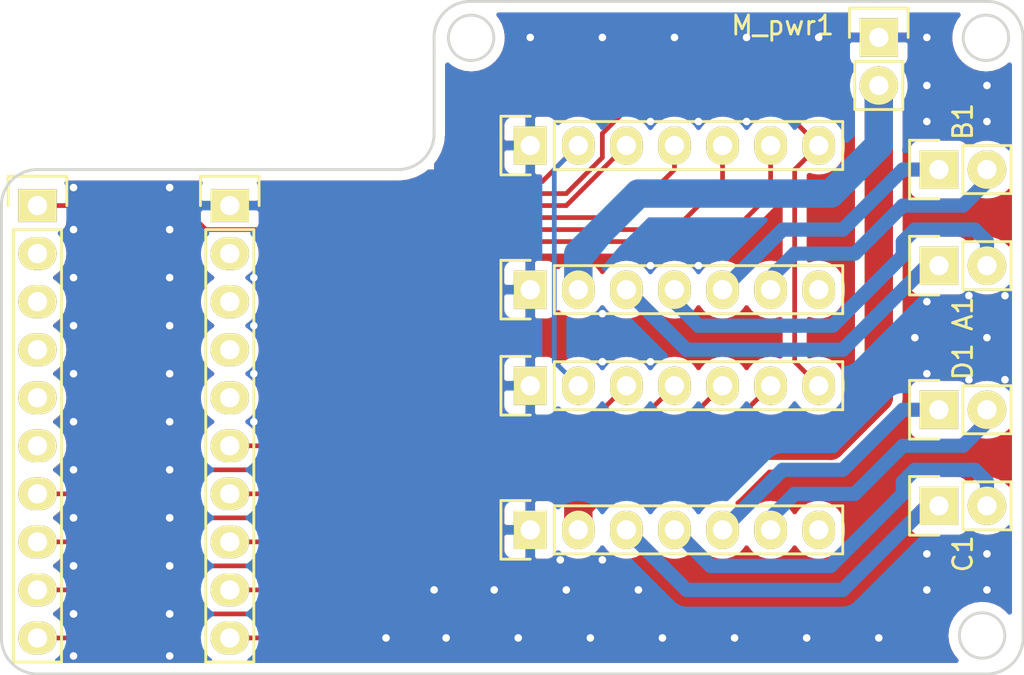
<source format=kicad_pcb>
(kicad_pcb (version 4) (host pcbnew 4.0.2-4+6225~38~ubuntu15.10.1-stable)
  (layers (0 F.Cu signal) (31 B.Cu signal) (34 B.Paste user hide) (35 F.Paste user hide) (36 B.SilkS user hide) (37 F.SilkS user hide) (38 B.Mask user hide) (39 F.Mask user hide) (44 Edge.Cuts user))
  (net 0 "")
  (net 1 "Net-(A1-Pad1)")
  (net 2 "Net-(A1-Pad2)")
  (net 3 "Net-(B1-Pad1)")
  (net 4 "Net-(B1-Pad2)")
  (net 5 "Net-(C1-Pad1)")
  (net 6 "Net-(C1-Pad2)")
  (net 7 "Net-(D1-Pad1)")
  (net 8 "Net-(D1-Pad2)")
  (net 9 "Net-(GPIO1-Pad2)")
  (net 10 "Net-(GPIO1-Pad3)")
  (net 11 "Net-(GPIO1-Pad4)")
  (net 12 "Net-(GPIO1-Pad5)")
  (net 13 "Net-(GPIO1-Pad6)")
  (net 14 "Net-(GPIO1-Pad7)")
  (net 15 "Net-(GPIO1-Pad8)")
  (net 16 "Net-(GPIO1-Pad9)")
  (net 17 "Net-(GPIO1-Pad10)")
  (net 18 "Net-(PWM1-Pad2)")
  (net 19 "Net-(PWM1-Pad3)")
  (net 20 "Net-(PWM1-Pad4)")
  (net 21 "Net-(PWM1-Pad5)")
  (net 22 "Net-(PWM1-Pad6)")
  (net 23 "Net-(MaL2-Pad7)")
  (net 24 "Net-(MaR1-Pad3)")
  (net 25 "Net-(MaR1-Pad5)")
  (net 26 "Net-(MbL2-Pad7)")
  (net 27 "Net-(MbR1-Pad3)")
  (net 28 "Net-(MbR1-Pad5)")
  (net 29 GND)
  (net 30 +BATT)
  (net 31 +3V3)
  (module Pin_Headers:Pin_Header_Straight_1x07 (layer F.Cu) (at 85.725 86.995 90)
    (fp_text reference MaR1 (at 8.89 -63.5 90) (layer F.SilkS))
    (fp_text value CONN_01X07)
    (fp_line (start 1.27 1.27) (end 1.27 16.51) (layer F.SilkS) (width 0.15))
    (fp_line (start 1.27 16.51) (end -1.27 16.51) (layer F.SilkS) (width 0.15))
    (fp_line (start -1.27 16.51) (end -1.27 1.27) (layer F.SilkS) (width 0.15))
    (fp_line (start 1.55 -1.55) (end 1.55 0) (layer F.SilkS) (width 0.15))
    (fp_line (start 1.27 1.27) (end -1.27 1.27) (layer F.SilkS) (width 0.15))
    (fp_line (start -1.55 0) (end -1.55 -1.55) (layer F.SilkS) (width 0.15))
    (fp_line (start -1.55 -1.55) (end 1.55 -1.55) (layer F.SilkS) (width 0.15))
    (pad 1 thru_hole rect (at 0 0 90) (size 2.032 1.7272) (drill 1.016) (layers *.Cu *.Mask F.SilkS) (net 29 GND))
    (pad 2 thru_hole oval (at 0 2.54 90) (size 2.032 1.7272) (drill 1.016) (layers *.Cu *.Mask F.SilkS) (net 31 +3V3))
    (pad 3 thru_hole oval (at 0 5.08 90) (size 2.032 1.7272) (drill 1.016) (layers *.Cu *.Mask F.SilkS) (net 24 "Net-(MaR1-Pad3)"))
    (pad 4 thru_hole oval (at 0 7.62 90) (size 2.032 1.7272) (drill 1.016) (layers *.Cu *.Mask F.SilkS) (net 16 "Net-(GPIO1-Pad9)"))
    (pad 5 thru_hole oval (at 0 10.16 90) (size 2.032 1.7272) (drill 1.016) (layers *.Cu *.Mask F.SilkS) (net 25 "Net-(MaR1-Pad5)"))
    (pad 6 thru_hole oval (at 0 12.7 90) (size 2.032 1.7272) (drill 1.016) (layers *.Cu *.Mask F.SilkS) (net 17 "Net-(GPIO1-Pad10)"))
    (pad 7 thru_hole oval (at 0 15.24 90) (size 2.032 1.7272) (drill 1.016) (layers *.Cu *.Mask F.SilkS) (net 13 "Net-(GPIO1-Pad6)"))
  )
  (module Pin_Headers:Pin_Header_Straight_1x10 (layer F.Cu) (at 59.69 77.47)
    (fp_text reference PWM1 (at -30.48 -3.81) (layer F.SilkS))
    (fp_text value CONN_01X10)
    (fp_line (start 1.27 1.27) (end 1.27 24.13) (layer F.SilkS) (width 0.15))
    (fp_line (start 1.27 24.13) (end -1.27 24.13) (layer F.SilkS) (width 0.15))
    (fp_line (start -1.27 24.13) (end -1.27 1.27) (layer F.SilkS) (width 0.15))
    (fp_line (start 1.55 -1.55) (end 1.55 0) (layer F.SilkS) (width 0.15))
    (fp_line (start 1.27 1.27) (end -1.27 1.27) (layer F.SilkS) (width 0.15))
    (fp_line (start -1.55 0) (end -1.55 -1.55) (layer F.SilkS) (width 0.15))
    (fp_line (start -1.55 -1.55) (end 1.55 -1.55) (layer F.SilkS) (width 0.15))
    (pad 1 thru_hole rect (at 0 0) (size 2.032 1.7272) (drill 1.016) (layers *.Cu *.Mask F.SilkS) (net 31 +3V3))
    (pad 2 thru_hole oval (at 0 2.54) (size 2.032 1.7272) (drill 1.016) (layers *.Cu *.Mask F.SilkS) (net 18 "Net-(PWM1-Pad2)"))
    (pad 3 thru_hole oval (at 0 5.08) (size 2.032 1.7272) (drill 1.016) (layers *.Cu *.Mask F.SilkS) (net 19 "Net-(PWM1-Pad3)"))
    (pad 4 thru_hole oval (at 0 7.62) (size 2.032 1.7272) (drill 1.016) (layers *.Cu *.Mask F.SilkS) (net 20 "Net-(PWM1-Pad4)"))
    (pad 5 thru_hole oval (at 0 10.16) (size 2.032 1.7272) (drill 1.016) (layers *.Cu *.Mask F.SilkS) (net 21 "Net-(PWM1-Pad5)"))
    (pad 6 thru_hole oval (at 0 12.7) (size 2.032 1.7272) (drill 1.016) (layers *.Cu *.Mask F.SilkS) (net 22 "Net-(PWM1-Pad6)"))
    (pad 7 thru_hole oval (at 0 15.24) (size 2.032 1.7272) (drill 1.016) (layers *.Cu *.Mask F.SilkS) (net 27 "Net-(MbR1-Pad3)"))
    (pad 8 thru_hole oval (at 0 17.78) (size 2.032 1.7272) (drill 1.016) (layers *.Cu *.Mask F.SilkS) (net 28 "Net-(MbR1-Pad5)"))
    (pad 9 thru_hole oval (at 0 20.32) (size 2.032 1.7272) (drill 1.016) (layers *.Cu *.Mask F.SilkS) (net 24 "Net-(MaR1-Pad3)"))
    (pad 10 thru_hole oval (at 0 22.86) (size 2.032 1.7272) (drill 1.016) (layers *.Cu *.Mask F.SilkS) (net 25 "Net-(MaR1-Pad5)"))
  )
  (module Pin_Headers:Pin_Header_Straight_1x02 (layer F.Cu) (at 107.315 80.645 90)
    (fp_text reference A1 (at -2.54 1.27 90) (layer F.SilkS))
    (fp_text value CONN_01X02)
    (fp_line (start 1.27 1.27) (end 1.27 3.81) (layer F.SilkS) (width 0.15))
    (fp_line (start 1.55 -1.55) (end 1.55 0) (layer F.SilkS) (width 0.15))
    (fp_line (start 1.27 1.27) (end -1.27 1.27) (layer F.SilkS) (width 0.15))
    (fp_line (start -1.55 0) (end -1.55 -1.55) (layer F.SilkS) (width 0.15))
    (fp_line (start -1.55 -1.55) (end 1.55 -1.55) (layer F.SilkS) (width 0.15))
    (fp_line (start -1.27 1.27) (end -1.27 3.81) (layer F.SilkS) (width 0.15))
    (fp_line (start -1.27 3.81) (end 1.27 3.81) (layer F.SilkS) (width 0.15))
    (pad 1 thru_hole rect (at 0 0 90) (size 2.032 2.032) (drill 1.016) (layers *.Cu *.Mask F.SilkS) (net 1 "Net-(A1-Pad1)"))
    (pad 2 thru_hole oval (at 0 2.54 90) (size 2.032 2.032) (drill 1.016) (layers *.Cu *.Mask F.SilkS) (net 2 "Net-(A1-Pad2)"))
  )
  (module Pin_Headers:Pin_Header_Straight_1x02 (layer F.Cu) (at 107.315 75.565 90)
    (fp_text reference B1 (at 2.54 1.27 90) (layer F.SilkS))
    (fp_text value CONN_01X02)
    (fp_line (start 1.27 1.27) (end 1.27 3.81) (layer F.SilkS) (width 0.15))
    (fp_line (start 1.55 -1.55) (end 1.55 0) (layer F.SilkS) (width 0.15))
    (fp_line (start 1.27 1.27) (end -1.27 1.27) (layer F.SilkS) (width 0.15))
    (fp_line (start -1.55 0) (end -1.55 -1.55) (layer F.SilkS) (width 0.15))
    (fp_line (start -1.55 -1.55) (end 1.55 -1.55) (layer F.SilkS) (width 0.15))
    (fp_line (start -1.27 1.27) (end -1.27 3.81) (layer F.SilkS) (width 0.15))
    (fp_line (start -1.27 3.81) (end 1.27 3.81) (layer F.SilkS) (width 0.15))
    (pad 1 thru_hole rect (at 0 0 90) (size 2.032 2.032) (drill 1.016) (layers *.Cu *.Mask F.SilkS) (net 3 "Net-(B1-Pad1)"))
    (pad 2 thru_hole oval (at 0 2.54 90) (size 2.032 2.032) (drill 1.016) (layers *.Cu *.Mask F.SilkS) (net 4 "Net-(B1-Pad2)"))
  )
  (module Pin_Headers:Pin_Header_Straight_1x02 (layer F.Cu) (at 107.315 93.345 90)
    (fp_text reference C1 (at -2.54 1.27 90) (layer F.SilkS))
    (fp_text value CONN_01X02)
    (fp_line (start 1.27 1.27) (end 1.27 3.81) (layer F.SilkS) (width 0.15))
    (fp_line (start 1.55 -1.55) (end 1.55 0) (layer F.SilkS) (width 0.15))
    (fp_line (start 1.27 1.27) (end -1.27 1.27) (layer F.SilkS) (width 0.15))
    (fp_line (start -1.55 0) (end -1.55 -1.55) (layer F.SilkS) (width 0.15))
    (fp_line (start -1.55 -1.55) (end 1.55 -1.55) (layer F.SilkS) (width 0.15))
    (fp_line (start -1.27 1.27) (end -1.27 3.81) (layer F.SilkS) (width 0.15))
    (fp_line (start -1.27 3.81) (end 1.27 3.81) (layer F.SilkS) (width 0.15))
    (pad 1 thru_hole rect (at 0 0 90) (size 2.032 2.032) (drill 1.016) (layers *.Cu *.Mask F.SilkS) (net 5 "Net-(C1-Pad1)"))
    (pad 2 thru_hole oval (at 0 2.54 90) (size 2.032 2.032) (drill 1.016) (layers *.Cu *.Mask F.SilkS) (net 6 "Net-(C1-Pad2)"))
  )
  (module Pin_Headers:Pin_Header_Straight_1x02 (layer F.Cu) (at 107.315 88.265 90)
    (fp_text reference D1 (at 2.54 1.27 90) (layer F.SilkS))
    (fp_text value CONN_01X02)
    (fp_line (start 1.27 1.27) (end 1.27 3.81) (layer F.SilkS) (width 0.15))
    (fp_line (start 1.55 -1.55) (end 1.55 0) (layer F.SilkS) (width 0.15))
    (fp_line (start 1.27 1.27) (end -1.27 1.27) (layer F.SilkS) (width 0.15))
    (fp_line (start -1.55 0) (end -1.55 -1.55) (layer F.SilkS) (width 0.15))
    (fp_line (start -1.55 -1.55) (end 1.55 -1.55) (layer F.SilkS) (width 0.15))
    (fp_line (start -1.27 1.27) (end -1.27 3.81) (layer F.SilkS) (width 0.15))
    (fp_line (start -1.27 3.81) (end 1.27 3.81) (layer F.SilkS) (width 0.15))
    (pad 1 thru_hole rect (at 0 0 90) (size 2.032 2.032) (drill 1.016) (layers *.Cu *.Mask F.SilkS) (net 7 "Net-(D1-Pad1)"))
    (pad 2 thru_hole oval (at 0 2.54 90) (size 2.032 2.032) (drill 1.016) (layers *.Cu *.Mask F.SilkS) (net 8 "Net-(D1-Pad2)"))
  )
  (module Pin_Headers:Pin_Header_Straight_1x10 (layer F.Cu) (at 69.85 77.47)
    (fp_text reference GPIO1 (at -41.91 -1.27) (layer F.SilkS))
    (fp_text value CONN_01X10)
    (fp_line (start 1.27 1.27) (end 1.27 24.13) (layer F.SilkS) (width 0.15))
    (fp_line (start 1.27 24.13) (end -1.27 24.13) (layer F.SilkS) (width 0.15))
    (fp_line (start -1.27 24.13) (end -1.27 1.27) (layer F.SilkS) (width 0.15))
    (fp_line (start 1.55 -1.55) (end 1.55 0) (layer F.SilkS) (width 0.15))
    (fp_line (start 1.27 1.27) (end -1.27 1.27) (layer F.SilkS) (width 0.15))
    (fp_line (start -1.55 0) (end -1.55 -1.55) (layer F.SilkS) (width 0.15))
    (fp_line (start -1.55 -1.55) (end 1.55 -1.55) (layer F.SilkS) (width 0.15))
    (pad 1 thru_hole rect (at 0 0) (size 2.032 1.7272) (drill 1.016) (layers *.Cu *.Mask F.SilkS) (net 29 GND))
    (pad 2 thru_hole oval (at 0 2.54) (size 2.032 1.7272) (drill 1.016) (layers *.Cu *.Mask F.SilkS) (net 9 "Net-(GPIO1-Pad2)"))
    (pad 3 thru_hole oval (at 0 5.08) (size 2.032 1.7272) (drill 1.016) (layers *.Cu *.Mask F.SilkS) (net 10 "Net-(GPIO1-Pad3)"))
    (pad 4 thru_hole oval (at 0 7.62) (size 2.032 1.7272) (drill 1.016) (layers *.Cu *.Mask F.SilkS) (net 11 "Net-(GPIO1-Pad4)"))
    (pad 5 thru_hole oval (at 0 10.16) (size 2.032 1.7272) (drill 1.016) (layers *.Cu *.Mask F.SilkS) (net 12 "Net-(GPIO1-Pad5)"))
    (pad 6 thru_hole oval (at 0 12.7) (size 2.032 1.7272) (drill 1.016) (layers *.Cu *.Mask F.SilkS) (net 13 "Net-(GPIO1-Pad6)"))
    (pad 7 thru_hole oval (at 0 15.24) (size 2.032 1.7272) (drill 1.016) (layers *.Cu *.Mask F.SilkS) (net 14 "Net-(GPIO1-Pad7)"))
    (pad 8 thru_hole oval (at 0 17.78) (size 2.032 1.7272) (drill 1.016) (layers *.Cu *.Mask F.SilkS) (net 15 "Net-(GPIO1-Pad8)"))
    (pad 9 thru_hole oval (at 0 20.32) (size 2.032 1.7272) (drill 1.016) (layers *.Cu *.Mask F.SilkS) (net 16 "Net-(GPIO1-Pad9)"))
    (pad 10 thru_hole oval (at 0 22.86) (size 2.032 1.7272) (drill 1.016) (layers *.Cu *.Mask F.SilkS) (net 17 "Net-(GPIO1-Pad10)"))
  )
  (module Pin_Headers:Pin_Header_Straight_1x07 (layer F.Cu) (at 85.725 94.615 90)
    (fp_text reference MaL2 (at 8.89 -60.96 90) (layer F.SilkS))
    (fp_text value CONN_01X07)
    (fp_line (start 1.27 1.27) (end 1.27 16.51) (layer F.SilkS) (width 0.15))
    (fp_line (start 1.27 16.51) (end -1.27 16.51) (layer F.SilkS) (width 0.15))
    (fp_line (start -1.27 16.51) (end -1.27 1.27) (layer F.SilkS) (width 0.15))
    (fp_line (start 1.55 -1.55) (end 1.55 0) (layer F.SilkS) (width 0.15))
    (fp_line (start 1.27 1.27) (end -1.27 1.27) (layer F.SilkS) (width 0.15))
    (fp_line (start -1.55 0) (end -1.55 -1.55) (layer F.SilkS) (width 0.15))
    (fp_line (start -1.55 -1.55) (end 1.55 -1.55) (layer F.SilkS) (width 0.15))
    (pad 1 thru_hole rect (at 0 0 90) (size 2.032 1.7272) (drill 1.016) (layers *.Cu *.Mask F.SilkS) (net 29 GND))
    (pad 2 thru_hole oval (at 0 2.54 90) (size 2.032 1.7272) (drill 1.016) (layers *.Cu *.Mask F.SilkS) (net 30 +BATT))
    (pad 3 thru_hole oval (at 0 5.08 90) (size 2.032 1.7272) (drill 1.016) (layers *.Cu *.Mask F.SilkS) (net 5 "Net-(C1-Pad1)"))
    (pad 4 thru_hole oval (at 0 7.62 90) (size 2.032 1.7272) (drill 1.016) (layers *.Cu *.Mask F.SilkS) (net 6 "Net-(C1-Pad2)"))
    (pad 5 thru_hole oval (at 0 10.16 90) (size 2.032 1.7272) (drill 1.016) (layers *.Cu *.Mask F.SilkS) (net 7 "Net-(D1-Pad1)"))
    (pad 6 thru_hole oval (at 0 12.7 90) (size 2.032 1.7272) (drill 1.016) (layers *.Cu *.Mask F.SilkS) (net 8 "Net-(D1-Pad2)"))
    (pad 7 thru_hole oval (at 0 15.24 90) (size 2.032 1.7272) (drill 1.016) (layers *.Cu *.Mask F.SilkS) (net 23 "Net-(MaL2-Pad7)"))
  )
  (module Pin_Headers:Pin_Header_Straight_1x07 (layer F.Cu) (at 85.725 81.915 90)
    (fp_text reference MbL2 (at -3.175 -62.865 90) (layer F.SilkS))
    (fp_text value CONN_01X07)
    (fp_line (start 1.27 1.27) (end 1.27 16.51) (layer F.SilkS) (width 0.15))
    (fp_line (start 1.27 16.51) (end -1.27 16.51) (layer F.SilkS) (width 0.15))
    (fp_line (start -1.27 16.51) (end -1.27 1.27) (layer F.SilkS) (width 0.15))
    (fp_line (start 1.55 -1.55) (end 1.55 0) (layer F.SilkS) (width 0.15))
    (fp_line (start 1.27 1.27) (end -1.27 1.27) (layer F.SilkS) (width 0.15))
    (fp_line (start -1.55 0) (end -1.55 -1.55) (layer F.SilkS) (width 0.15))
    (fp_line (start -1.55 -1.55) (end 1.55 -1.55) (layer F.SilkS) (width 0.15))
    (pad 1 thru_hole rect (at 0 0 90) (size 2.032 1.7272) (drill 1.016) (layers *.Cu *.Mask F.SilkS) (net 29 GND))
    (pad 2 thru_hole oval (at 0 2.54 90) (size 2.032 1.7272) (drill 1.016) (layers *.Cu *.Mask F.SilkS) (net 30 +BATT))
    (pad 3 thru_hole oval (at 0 5.08 90) (size 2.032 1.7272) (drill 1.016) (layers *.Cu *.Mask F.SilkS) (net 1 "Net-(A1-Pad1)"))
    (pad 4 thru_hole oval (at 0 7.62 90) (size 2.032 1.7272) (drill 1.016) (layers *.Cu *.Mask F.SilkS) (net 2 "Net-(A1-Pad2)"))
    (pad 5 thru_hole oval (at 0 10.16 90) (size 2.032 1.7272) (drill 1.016) (layers *.Cu *.Mask F.SilkS) (net 3 "Net-(B1-Pad1)"))
    (pad 6 thru_hole oval (at 0 12.7 90) (size 2.032 1.7272) (drill 1.016) (layers *.Cu *.Mask F.SilkS) (net 4 "Net-(B1-Pad2)"))
    (pad 7 thru_hole oval (at 0 15.24 90) (size 2.032 1.7272) (drill 1.016) (layers *.Cu *.Mask F.SilkS) (net 26 "Net-(MbL2-Pad7)"))
  )
  (module Pin_Headers:Pin_Header_Straight_1x07 (layer F.Cu) (at 85.725 74.295 90)
    (fp_text reference MbR1 (at -5.08 -59.055 90) (layer F.SilkS))
    (fp_text value CONN_01X07)
    (fp_line (start 1.27 1.27) (end 1.27 16.51) (layer F.SilkS) (width 0.15))
    (fp_line (start 1.27 16.51) (end -1.27 16.51) (layer F.SilkS) (width 0.15))
    (fp_line (start -1.27 16.51) (end -1.27 1.27) (layer F.SilkS) (width 0.15))
    (fp_line (start 1.55 -1.55) (end 1.55 0) (layer F.SilkS) (width 0.15))
    (fp_line (start 1.27 1.27) (end -1.27 1.27) (layer F.SilkS) (width 0.15))
    (fp_line (start -1.55 0) (end -1.55 -1.55) (layer F.SilkS) (width 0.15))
    (fp_line (start -1.55 -1.55) (end 1.55 -1.55) (layer F.SilkS) (width 0.15))
    (pad 1 thru_hole rect (at 0 0 90) (size 2.032 1.7272) (drill 1.016) (layers *.Cu *.Mask F.SilkS) (net 29 GND))
    (pad 2 thru_hole oval (at 0 2.54 90) (size 2.032 1.7272) (drill 1.016) (layers *.Cu *.Mask F.SilkS) (net 31 +3V3))
    (pad 3 thru_hole oval (at 0 5.08 90) (size 2.032 1.7272) (drill 1.016) (layers *.Cu *.Mask F.SilkS) (net 27 "Net-(MbR1-Pad3)"))
    (pad 4 thru_hole oval (at 0 7.62 90) (size 2.032 1.7272) (drill 1.016) (layers *.Cu *.Mask F.SilkS) (net 14 "Net-(GPIO1-Pad7)"))
    (pad 5 thru_hole oval (at 0 10.16 90) (size 2.032 1.7272) (drill 1.016) (layers *.Cu *.Mask F.SilkS) (net 28 "Net-(MbR1-Pad5)"))
    (pad 6 thru_hole oval (at 0 12.7 90) (size 2.032 1.7272) (drill 1.016) (layers *.Cu *.Mask F.SilkS) (net 15 "Net-(GPIO1-Pad8)"))
    (pad 7 thru_hole oval (at 0 15.24 90) (size 2.032 1.7272) (drill 1.016) (layers *.Cu *.Mask F.SilkS) (net 13 "Net-(GPIO1-Pad6)"))
  )
  (module Pin_Headers:Pin_Header_Straight_1x02 (layer F.Cu) (at 104.14 68.58)
    (fp_text reference M_pwr1 (at -5.08 -0.635) (layer F.SilkS))
    (fp_text value CONN_01X02)
    (fp_line (start 1.27 1.27) (end 1.27 3.81) (layer F.SilkS) (width 0.15))
    (fp_line (start 1.55 -1.55) (end 1.55 0) (layer F.SilkS) (width 0.15))
    (fp_line (start 1.27 1.27) (end -1.27 1.27) (layer F.SilkS) (width 0.15))
    (fp_line (start -1.55 0) (end -1.55 -1.55) (layer F.SilkS) (width 0.15))
    (fp_line (start -1.55 -1.55) (end 1.55 -1.55) (layer F.SilkS) (width 0.15))
    (fp_line (start -1.27 1.27) (end -1.27 3.81) (layer F.SilkS) (width 0.15))
    (fp_line (start -1.27 3.81) (end 1.27 3.81) (layer F.SilkS) (width 0.15))
    (pad 1 thru_hole rect (at 0 0) (size 2.032 2.032) (drill 1.016) (layers *.Cu *.Mask F.SilkS) (net 29 GND))
    (pad 2 thru_hole oval (at 0 2.54) (size 2.032 2.032) (drill 1.016) (layers *.Cu *.Mask F.SilkS) (net 30 +BATT))
  )
  (gr_circle (center 109.8 68.6) (end 109.8 69.8) (layer Edge.Cuts) (width 0.15))
  (gr_line (start 104.14 66.675) (end 109.855 66.675) (angle 90) (layer Edge.Cuts) (width 0.15))
  (gr_line (start 111.76 75.565) (end 111.76 68.58) (angle 90) (layer Edge.Cuts) (width 0.15))
  (gr_arc (start 109.855 68.58) (end 109.855 66.675) (angle 90) (layer Edge.Cuts) (width 0.15))
  (gr_circle (center 82.6 68.6) (end 82.6 69.8) (layer Edge.Cuts) (width 0.15))
  (gr_circle (center 109.6 100.2) (end 109.6 101.4) (layer Edge.Cuts) (width 0.15))
  (gr_line (start 111.76 100.33) (end 111.76 95.885) (angle 90) (layer Edge.Cuts) (width 0.15))
  (gr_line (start 78.105 102.235) (end 81.915 102.235) (angle 90) (layer Edge.Cuts) (width 0.15))
  (gr_line (start 78.74 75.565) (end 59.69 75.565) (angle 90) (layer Edge.Cuts) (width 0.15))
  (gr_line (start 57.785 100.33) (end 57.785 77.47) (angle 90) (layer Edge.Cuts) (width 0.15))
  (gr_line (start 78.105 102.235) (end 59.69 102.235) (angle 90) (layer Edge.Cuts) (width 0.15))
  (gr_arc (start 59.69 100.33) (end 59.69 102.235) (angle 90) (layer Edge.Cuts) (width 0.15))
  (gr_arc (start 59.69 77.47) (end 57.785 77.47) (angle 90) (layer Edge.Cuts) (width 0.15))
  (gr_line (start 109.855 102.235) (end 81.915 102.235) (angle 90) (layer Edge.Cuts) (width 0.15))
  (gr_line (start 111.76 93.98) (end 111.76 95.885) (angle 90) (layer Edge.Cuts) (width 0.15))
  (gr_arc (start 109.855 100.33) (end 111.76 100.33) (angle 90) (layer Edge.Cuts) (width 0.15))
  (gr_line (start 111.76 75.565) (end 111.76 93.98) (angle 90) (layer Edge.Cuts) (width 0.15))
  (gr_line (start 80.645 68.58) (end 80.645 69.215) (angle 90) (layer Edge.Cuts) (width 0.15))
  (gr_line (start 104.14 66.675) (end 84.455 66.675) (angle 90) (layer Edge.Cuts) (width 0.15))
  (gr_line (start 82.55 66.675) (end 84.455 66.675) (angle 90) (layer Edge.Cuts) (width 0.15))
  (gr_line (start 80.645 73.66) (end 80.645 69.215) (angle 90) (layer Edge.Cuts) (width 0.15))
  (gr_arc (start 82.55 68.58) (end 80.645 68.58) (angle 90) (layer Edge.Cuts) (width 0.15))
  (gr_arc (start 78.74 73.66) (end 80.645 73.66) (angle 90) (layer Edge.Cuts) (width 0.15))
  (segment (start 107.315 80.645) (end 106.68 80.645) (width 0.75) (layer B.Cu) (net 1))
  (segment (start 106.68 80.645) (end 102.235 85.09) (width 0.75) (layer B.Cu) (net 1))
  (segment (start 102.235 85.09) (end 93.98 85.09) (width 0.75) (layer B.Cu) (net 1))
  (segment (start 93.98 85.09) (end 90.805 81.915) (width 0.75) (layer B.Cu) (net 1))
  (segment (start 90.805 81.915) (end 93.98 85.09) (width 0.5) (layer B.Cu) (net 1))
  (segment (start 100.965 83.82) (end 94.615 83.82) (width 0.75) (layer B.Cu) (net 2))
  (segment (start 94.615 83.82) (end 93.345 82.55) (width 0.75) (layer B.Cu) (net 2))
  (segment (start 93.345 82.55) (end 93.345 81.915) (width 0.75) (layer B.Cu) (net 2))
  (segment (start 93.345 82.55) (end 93.345 81.915) (width 0.75) (layer B.Cu) (net 2))
  (segment (start 109.855 80.645) (end 109.855 79.375) (width 0.75) (layer B.Cu) (net 2))
  (segment (start 109.855 79.375) (end 109.22 78.74) (width 0.75) (layer B.Cu) (net 2))
  (segment (start 109.22 78.74) (end 106.045 78.74) (width 0.75) (layer B.Cu) (net 2))
  (segment (start 106.045 78.74) (end 105.41 79.375) (width 0.75) (layer B.Cu) (net 2))
  (segment (start 105.41 79.375) (end 105.41 80.11327) (width 0.75) (layer B.Cu) (net 2))
  (segment (start 105.41 80.11327) (end 101.70327 83.82) (width 0.75) (layer B.Cu) (net 2))
  (segment (start 101.70327 83.82) (end 100.965 83.82) (width 0.75) (layer B.Cu) (net 2))
  (segment (start 93.345 81.915) (end 93.345 82.55) (width 0.5) (layer B.Cu) (net 2))
  (segment (start 100.965 83.82) (end 101.880048 83.82) (width 0.5) (layer B.Cu) (net 2))
  (segment (start 101.880048 83.82) (end 105.41 80.290048) (width 0.5) (layer B.Cu) (net 2))
  (segment (start 105.41 80.290048) (end 105.41 79.375) (width 0.5) (layer B.Cu) (net 2))
  (segment (start 105.41 79.375) (end 106.045 78.74) (width 0.5) (layer B.Cu) (net 2))
  (segment (start 106.045 78.74) (end 109.22 78.74) (width 0.5) (layer B.Cu) (net 2))
  (segment (start 109.22 78.74) (end 109.855 79.375) (width 0.5) (layer B.Cu) (net 2))
  (segment (start 107.315 75.565) (end 105.41 75.565) (width 0.75) (layer B.Cu) (net 3))
  (segment (start 105.41 75.565) (end 102.235 78.74) (width 0.75) (layer B.Cu) (net 3))
  (segment (start 102.235 78.74) (end 99.06 78.74) (width 0.75) (layer B.Cu) (net 3))
  (segment (start 99.06 78.74) (end 95.885 81.915) (width 0.75) (layer B.Cu) (net 3))
  (segment (start 95.885 81.915) (end 98.425 79.375) (width 0.5) (layer B.Cu) (net 3))
  (segment (start 102.235 78.74) (end 105.41 75.565) (width 0.5) (layer B.Cu) (net 3))
  (segment (start 99.06 78.74) (end 102.235 78.74) (width 0.5) (layer B.Cu) (net 3))
  (segment (start 98.425 79.375) (end 99.06 78.74) (width 0.5) (layer B.Cu) (net 3))
  (segment (start 106.68 75.565) (end 107.315 75.565) (width 0.25) (layer B.Cu) (net 3))
  (segment (start 106.68 75.565) (end 107.315 75.565) (width 0.25) (layer F.Cu) (net 3))
  (segment (start 109.855 75.565) (end 109.855 76.2) (width 0.75) (layer B.Cu) (net 4))
  (segment (start 109.855 76.2) (end 108.585 77.47) (width 0.75) (layer B.Cu) (net 4))
  (segment (start 108.585 77.47) (end 105.41 77.47) (width 0.75) (layer B.Cu) (net 4))
  (segment (start 105.41 77.47) (end 102.87 80.01) (width 0.75) (layer B.Cu) (net 4))
  (segment (start 102.87 80.01) (end 99.695 80.01) (width 0.75) (layer B.Cu) (net 4))
  (segment (start 99.695 80.01) (end 98.425 81.28) (width 0.75) (layer B.Cu) (net 4))
  (segment (start 98.425 81.28) (end 98.425 81.915) (width 0.75) (layer B.Cu) (net 4))
  (segment (start 108.585 77.47) (end 109.855 76.2) (width 0.5) (layer B.Cu) (net 4))
  (segment (start 90.805 94.615) (end 93.98 97.79) (width 0.75) (layer B.Cu) (net 5))
  (segment (start 93.98 97.79) (end 102.235 97.79) (width 0.75) (layer B.Cu) (net 5))
  (segment (start 102.235 97.79) (end 106.68 93.345) (width 0.75) (layer B.Cu) (net 5))
  (segment (start 106.68 93.345) (end 107.315 93.345) (width 0.75) (layer B.Cu) (net 5))
  (segment (start 109.855 93.345) (end 109.855 92.075) (width 0.75) (layer B.Cu) (net 6))
  (segment (start 109.855 92.075) (end 109.22 91.44) (width 0.75) (layer B.Cu) (net 6))
  (segment (start 109.22 91.44) (end 106.045 91.44) (width 0.75) (layer B.Cu) (net 6))
  (segment (start 106.045 91.44) (end 105.41 92.075) (width 0.75) (layer B.Cu) (net 6))
  (segment (start 105.41 92.075) (end 105.41 92.71) (width 0.75) (layer B.Cu) (net 6))
  (segment (start 105.41 92.71) (end 101.6 96.52) (width 0.75) (layer B.Cu) (net 6))
  (segment (start 101.6 96.52) (end 95.25 96.52) (width 0.75) (layer B.Cu) (net 6))
  (segment (start 95.25 96.52) (end 93.345 94.615) (width 0.75) (layer B.Cu) (net 6))
  (segment (start 93.345 94.615) (end 95.25 96.52) (width 0.5) (layer B.Cu) (net 6))
  (segment (start 109.22 91.44) (end 109.855 92.075) (width 0.5) (layer B.Cu) (net 6))
  (segment (start 106.045 91.44) (end 109.22 91.44) (width 0.5) (layer B.Cu) (net 6))
  (segment (start 105.41 92.075) (end 106.045 91.44) (width 0.5) (layer B.Cu) (net 6))
  (segment (start 105.41 92.71) (end 105.41 92.075) (width 0.5) (layer B.Cu) (net 6))
  (segment (start 101.6 96.52) (end 105.41 92.71) (width 0.5) (layer B.Cu) (net 6))
  (segment (start 95.25 96.52) (end 101.6 96.52) (width 0.5) (layer B.Cu) (net 6))
  (segment (start 107.315 88.265) (end 105.41 88.265) (width 0.75) (layer B.Cu) (net 7))
  (segment (start 105.41 88.265) (end 102.235 91.44) (width 0.75) (layer B.Cu) (net 7))
  (segment (start 102.235 91.44) (end 99.06 91.44) (width 0.75) (layer B.Cu) (net 7))
  (segment (start 99.06 91.44) (end 95.885 94.615) (width 0.75) (layer B.Cu) (net 7))
  (segment (start 95.885 94.615) (end 99.06 91.44) (width 0.5) (layer B.Cu) (net 7))
  (segment (start 102.235 91.44) (end 105.41 88.265) (width 0.5) (layer B.Cu) (net 7))
  (segment (start 99.06 91.44) (end 102.235 91.44) (width 0.5) (layer B.Cu) (net 7))
  (segment (start 106.68 88.265) (end 107.315 88.265) (width 0.25) (layer B.Cu) (net 7))
  (segment (start 106.68 88.265) (end 107.315 88.265) (width 0.25) (layer F.Cu) (net 7))
  (segment (start 109.855 88.265) (end 109.855 88.9) (width 0.75) (layer B.Cu) (net 8))
  (segment (start 109.855 88.9) (end 108.585 90.17) (width 0.75) (layer B.Cu) (net 8))
  (segment (start 108.585 90.17) (end 105.41 90.17) (width 0.75) (layer B.Cu) (net 8))
  (segment (start 105.41 90.17) (end 102.87 92.71) (width 0.75) (layer B.Cu) (net 8))
  (segment (start 102.87 92.71) (end 99.695 92.71) (width 0.75) (layer B.Cu) (net 8))
  (segment (start 99.695 92.71) (end 98.425 93.98) (width 0.75) (layer B.Cu) (net 8))
  (segment (start 98.425 93.98) (end 98.425 94.615) (width 0.75) (layer B.Cu) (net 8))
  (segment (start 98.425 94.615) (end 98.425 93.98) (width 0.5) (layer B.Cu) (net 8))
  (segment (start 98.425 93.98) (end 99.695 92.71) (width 0.5) (layer B.Cu) (net 8))
  (segment (start 108.585 90.17) (end 109.855 88.9) (width 0.5) (layer B.Cu) (net 8))
  (segment (start 100.965 74.295) (end 99.695 75.565) (width 0.25) (layer F.Cu) (net 13))
  (segment (start 99.695 85.725) (end 100.965 86.995) (width 0.25) (layer F.Cu) (net 13))
  (segment (start 99.695 75.565) (end 99.695 85.725) (width 0.25) (layer F.Cu) (net 13))
  (segment (start 100.965 74.295) (end 100.965 74.93) (width 0.25) (layer F.Cu) (net 13))
  (segment (start 69.85 90.17) (end 76.2 90.17) (width 0.25) (layer F.Cu) (net 13))
  (segment (start 98.425 71.755) (end 100.965 74.295) (width 0.25) (layer F.Cu) (net 13))
  (segment (start 91.44 71.755) (end 98.425 71.755) (width 0.25) (layer F.Cu) (net 13))
  (segment (start 89.535 73.66) (end 91.44 71.755) (width 0.25) (layer F.Cu) (net 13))
  (segment (start 89.535 74.928602) (end 89.535 73.66) (width 0.25) (layer F.Cu) (net 13))
  (segment (start 87.628602 76.835) (end 89.535 74.928602) (width 0.25) (layer F.Cu) (net 13))
  (segment (start 82.55 76.835) (end 87.628602 76.835) (width 0.25) (layer F.Cu) (net 13))
  (segment (start 81.28 78.105) (end 82.55 76.835) (width 0.25) (layer F.Cu) (net 13))
  (segment (start 81.28 85.09) (end 81.28 78.105) (width 0.25) (layer F.Cu) (net 13))
  (segment (start 76.2 90.17) (end 81.28 85.09) (width 0.25) (layer F.Cu) (net 13))
  (segment (start 82.55 79.375) (end 82.55 86.36) (width 0.25) (layer F.Cu) (net 14))
  (segment (start 82.55 79.375) (end 83.82 78.105) (width 0.25) (layer F.Cu) (net 14))
  (segment (start 83.82 78.105) (end 90.805 78.105) (width 0.25) (layer F.Cu) (net 14))
  (segment (start 90.805 78.105) (end 93.345 75.565) (width 0.25) (layer F.Cu) (net 14))
  (segment (start 93.345 74.295) (end 93.345 75.565) (width 0.25) (layer F.Cu) (net 14))
  (segment (start 76.2 92.71) (end 69.85 92.71) (width 0.25) (layer F.Cu) (net 14))
  (segment (start 82.55 86.36) (end 76.2 92.71) (width 0.25) (layer F.Cu) (net 14))
  (segment (start 83.82 87.63) (end 76.2 95.25) (width 0.25) (layer F.Cu) (net 15))
  (segment (start 76.2 95.25) (end 69.85 95.25) (width 0.25) (layer F.Cu) (net 15))
  (segment (start 98.425 74.295) (end 98.425 76.835) (width 0.25) (layer F.Cu) (net 15))
  (segment (start 95.885 79.375) (end 98.425 76.835) (width 0.25) (layer F.Cu) (net 15))
  (segment (start 85.09 79.375) (end 95.885 79.375) (width 0.25) (layer F.Cu) (net 15))
  (segment (start 83.82 80.645) (end 85.09 79.375) (width 0.25) (layer F.Cu) (net 15))
  (segment (start 83.82 86.995) (end 83.82 80.645) (width 0.25) (layer F.Cu) (net 15))
  (segment (start 83.82 87.63) (end 83.82 86.995) (width 0.25) (layer F.Cu) (net 15))
  (segment (start 81.915 92.075) (end 76.2 97.79) (width 0.25) (layer F.Cu) (net 16))
  (segment (start 90.805 89.535) (end 84.455 89.535) (width 0.25) (layer F.Cu) (net 16))
  (segment (start 84.455 89.535) (end 81.915 92.075) (width 0.25) (layer F.Cu) (net 16))
  (segment (start 93.345 86.995) (end 90.805 89.535) (width 0.25) (layer F.Cu) (net 16))
  (segment (start 76.2 97.79) (end 69.85 97.79) (width 0.25) (layer F.Cu) (net 16))
  (segment (start 81.915 94.615) (end 76.2 100.33) (width 0.25) (layer F.Cu) (net 17))
  (segment (start 96.52 88.9) (end 94.615 90.805) (width 0.25) (layer F.Cu) (net 17))
  (segment (start 85.725 90.805) (end 81.915 94.615) (width 0.25) (layer F.Cu) (net 17))
  (segment (start 94.615 90.805) (end 85.725 90.805) (width 0.25) (layer F.Cu) (net 17))
  (segment (start 98.425 86.995) (end 96.52 88.9) (width 0.25) (layer F.Cu) (net 17))
  (segment (start 76.2 100.33) (end 69.85 100.33) (width 0.25) (layer F.Cu) (net 17))
  (segment (start 81.915 90.805) (end 76.2 96.52) (width 0.25) (layer F.Cu) (net 24))
  (segment (start 89.535 88.265) (end 88.9 88.9) (width 0.25) (layer F.Cu) (net 24))
  (segment (start 88.9 88.9) (end 83.82 88.9) (width 0.25) (layer F.Cu) (net 24))
  (segment (start 83.82 88.9) (end 81.915 90.805) (width 0.25) (layer F.Cu) (net 24))
  (segment (start 90.805 86.995) (end 89.535 88.265) (width 0.25) (layer F.Cu) (net 24))
  (segment (start 67.31 97.79) (end 59.69 97.79) (width 0.25) (layer F.Cu) (net 24))
  (segment (start 68.58 96.52) (end 67.31 97.79) (width 0.25) (layer F.Cu) (net 24))
  (segment (start 76.2 96.52) (end 68.58 96.52) (width 0.25) (layer F.Cu) (net 24))
  (segment (start 81.915 93.345) (end 76.2 99.06) (width 0.25) (layer F.Cu) (net 25))
  (segment (start 92.71 90.17) (end 85.09 90.17) (width 0.25) (layer F.Cu) (net 25))
  (segment (start 85.09 90.17) (end 81.915 93.345) (width 0.25) (layer F.Cu) (net 25))
  (segment (start 95.885 86.995) (end 92.71 90.17) (width 0.25) (layer F.Cu) (net 25))
  (segment (start 67.31 100.33) (end 59.69 100.33) (width 0.25) (layer F.Cu) (net 25))
  (segment (start 68.58 99.06) (end 67.31 100.33) (width 0.25) (layer F.Cu) (net 25))
  (segment (start 76.2 99.06) (end 68.58 99.06) (width 0.25) (layer F.Cu) (net 25))
  (segment (start 87.63 77.47) (end 90.805 74.295) (width 0.25) (layer F.Cu) (net 27))
  (segment (start 81.915 78.74) (end 81.915 85.725) (width 0.25) (layer F.Cu) (net 27))
  (segment (start 81.915 78.74) (end 83.185 77.47) (width 0.25) (layer F.Cu) (net 27))
  (segment (start 83.185 77.47) (end 87.63 77.47) (width 0.25) (layer F.Cu) (net 27))
  (segment (start 87.63 77.47) (end 87.63 77.47) (width 0.25) (layer F.Cu) (net 27))
  (segment (start 87.63 77.47) (end 87.63 77.47) (width 0.25) (layer F.Cu) (net 27))
  (segment (start 67.31 92.71) (end 59.69 92.71) (width 0.25) (layer F.Cu) (net 27))
  (segment (start 68.58 91.44) (end 67.31 92.71) (width 0.25) (layer F.Cu) (net 27))
  (segment (start 76.2 91.44) (end 68.58 91.44) (width 0.25) (layer F.Cu) (net 27))
  (segment (start 81.915 85.725) (end 76.2 91.44) (width 0.25) (layer F.Cu) (net 27))
  (segment (start 83.185 86.995) (end 76.2 93.98) (width 0.25) (layer F.Cu) (net 28))
  (segment (start 83.185 86.995) (end 83.185 85.725) (width 0.25) (layer F.Cu) (net 28))
  (segment (start 83.185 85.725) (end 83.185 80.01) (width 0.25) (layer F.Cu) (net 28))
  (segment (start 83.185 80.01) (end 84.455 78.74) (width 0.25) (layer F.Cu) (net 28))
  (segment (start 84.455 78.74) (end 93.345 78.74) (width 0.25) (layer F.Cu) (net 28))
  (segment (start 93.345 78.74) (end 95.885 76.2) (width 0.25) (layer F.Cu) (net 28))
  (segment (start 95.885 74.295) (end 95.885 76.2) (width 0.25) (layer F.Cu) (net 28))
  (segment (start 67.31 95.25) (end 59.69 95.25) (width 0.25) (layer F.Cu) (net 28))
  (segment (start 68.58 93.98) (end 67.31 95.25) (width 0.25) (layer F.Cu) (net 28))
  (segment (start 76.2 93.98) (end 68.58 93.98) (width 0.25) (layer F.Cu) (net 28))
  (segment (start 85.725 74.295) (end 85.725 72.39) (width 0.25) (layer B.Cu) (net 29))
  (via (at 97.155 73.025) (size 0.6) (drill 0.4) (layers F.Cu B.Cu) (net 29))
  (segment (start 96.52 72.39) (end 97.155 73.025) (width 0.25) (layer B.Cu) (net 29))
  (segment (start 95.25 72.39) (end 96.52 72.39) (width 0.25) (layer B.Cu) (net 29))
  (segment (start 94.615 73.025) (end 95.25 72.39) (width 0.25) (layer B.Cu) (net 29))
  (via (at 94.615 73.025) (size 0.6) (drill 0.4) (layers F.Cu B.Cu) (net 29))
  (segment (start 94.103708 72.601959) (end 94.615 73.025) (width 0.25) (layer F.Cu) (net 29))
  (segment (start 92.713323 72.610439) (end 94.103708 72.601959) (width 0.25) (layer F.Cu) (net 29))
  (segment (start 92.075 73.025) (end 92.713323 72.610439) (width 0.25) (layer F.Cu) (net 29))
  (via (at 92.075 73.025) (size 0.6) (drill 0.4) (layers F.Cu B.Cu) (net 29))
  (segment (start 91.44 72.39) (end 92.075 73.025) (width 0.25) (layer B.Cu) (net 29))
  (segment (start 85.725 72.39) (end 91.44 72.39) (width 0.25) (layer B.Cu) (net 29))
  (segment (start 85.725 81.915) (end 85.725 80.255) (width 0.25) (layer F.Cu) (net 29))
  (via (at 94.615 80.645) (size 0.6) (drill 0.4) (layers F.Cu B.Cu) (net 29))
  (segment (start 93.98 80.01) (end 94.615 80.645) (width 0.25) (layer B.Cu) (net 29))
  (segment (start 92.71 80.01) (end 93.98 80.01) (width 0.25) (layer B.Cu) (net 29))
  (segment (start 92.075 80.645) (end 92.71 80.01) (width 0.25) (layer B.Cu) (net 29))
  (via (at 92.075 80.645) (size 0.6) (drill 0.4) (layers F.Cu B.Cu) (net 29))
  (segment (start 91.605 80.265) (end 92.075 80.645) (width 0.25) (layer F.Cu) (net 29))
  (segment (start 88.915 80.185) (end 91.605 80.265) (width 0.25) (layer F.Cu) (net 29))
  (segment (start 85.725 80.255) (end 88.915 80.185) (width 0.25) (layer F.Cu) (net 29))
  (segment (start 87.63 97.79) (end 87.9475 97.79) (width 0.25) (layer F.Cu) (net 29))
  (segment (start 87.3125 96.2025) (end 86.6775 96.52) (width 0.25) (layer F.Cu) (net 29))
  (via (at 87.3125 96.2025) (size 0.6) (drill 0.4) (layers F.Cu B.Cu) (net 29))
  (segment (start 87.3125 96.52) (end 87.3125 96.2025) (width 0.25) (layer B.Cu) (net 29))
  (segment (start 89.2175 96.52) (end 87.3125 96.52) (width 0.25) (layer B.Cu) (net 29))
  (segment (start 89.535 96.2025) (end 89.2175 96.52) (width 0.25) (layer B.Cu) (net 29))
  (via (at 89.535 96.2025) (size 0.6) (drill 0.4) (layers F.Cu B.Cu) (net 29))
  (segment (start 87.9475 97.79) (end 89.535 96.2025) (width 0.25) (layer F.Cu) (net 29))
  (segment (start 85.725 94.615) (end 85.725 92.71) (width 0.25) (layer B.Cu) (net 29))
  (segment (start 106.68 86.36) (end 106.3625 86.36) (width 0.25) (layer B.Cu) (net 29))
  (segment (start 69.85 77.47) (end 71.4375 77.47) (width 0.25) (layer B.Cu) (net 29))
  (via (at 71.12 88.9) (size 0.6) (drill 0.4) (layers F.Cu B.Cu) (net 29))
  (segment (start 71.755 88.265) (end 71.12 88.9) (width 0.25) (layer F.Cu) (net 29))
  (segment (start 71.755 86.995) (end 71.755 88.265) (width 0.25) (layer F.Cu) (net 29))
  (segment (start 71.12 86.36) (end 71.755 86.995) (width 0.25) (layer F.Cu) (net 29))
  (via (at 71.12 86.36) (size 0.6) (drill 0.4) (layers F.Cu B.Cu) (net 29))
  (segment (start 71.755 85.725) (end 71.12 86.36) (width 0.25) (layer B.Cu) (net 29))
  (segment (start 71.755 84.455) (end 71.755 85.725) (width 0.25) (layer B.Cu) (net 29))
  (segment (start 71.12 83.82) (end 71.755 84.455) (width 0.25) (layer B.Cu) (net 29))
  (via (at 71.12 83.82) (size 0.6) (drill 0.4) (layers F.Cu B.Cu) (net 29))
  (segment (start 72.0725 82.8675) (end 71.12 83.82) (width 0.25) (layer F.Cu) (net 29))
  (segment (start 72.0725 82.2325) (end 72.0725 82.8675) (width 0.25) (layer F.Cu) (net 29))
  (segment (start 71.12 81.28) (end 72.0725 82.2325) (width 0.25) (layer F.Cu) (net 29))
  (via (at 71.12 81.28) (size 0.6) (drill 0.4) (layers F.Cu B.Cu) (net 29))
  (segment (start 72.39 80.01) (end 71.12 81.28) (width 0.25) (layer B.Cu) (net 29))
  (segment (start 72.39 78.4225) (end 72.39 80.01) (width 0.25) (layer B.Cu) (net 29))
  (segment (start 71.4375 77.47) (end 72.39 78.4225) (width 0.25) (layer B.Cu) (net 29))
  (segment (start 61.595 99.06) (end 61.595 101.2825) (width 0.25) (layer B.Cu) (net 29))
  (segment (start 66.675 101.2825) (end 66.675 99.06) (width 0.25) (layer B.Cu) (net 29))
  (via (at 66.675 101.2825) (size 0.6) (drill 0.4) (layers F.Cu B.Cu) (net 29))
  (segment (start 61.595 101.2825) (end 66.675 101.2825) (width 0.25) (layer F.Cu) (net 29))
  (via (at 61.595 101.2825) (size 0.6) (drill 0.4) (layers F.Cu B.Cu) (net 29))
  (segment (start 109.855 84.455) (end 109.855 83.185) (width 0.25) (layer F.Cu) (net 29))
  (segment (start 85.725 92.71) (end 88.9 89.535) (width 0.25) (layer B.Cu) (net 29))
  (segment (start 92.71 88.9) (end 99.695 89.535) (width 0.25) (layer B.Cu) (net 29))
  (segment (start 88.9 89.535) (end 92.71 88.9) (width 0.25) (layer B.Cu) (net 29))
  (segment (start 99.695 89.535) (end 101.6 89.535) (width 0.25) (layer B.Cu) (net 29))
  (segment (start 101.6 89.535) (end 106.045 84.455) (width 0.25) (layer B.Cu) (net 29))
  (via (at 106.045 84.455) (size 0.6) (drill 0.4) (layers F.Cu B.Cu) (net 29))
  (segment (start 106.045 84.455) (end 109.855 84.455) (width 0.25) (layer F.Cu) (net 29))
  (via (at 109.855 84.455) (size 0.6) (drill 0.4) (layers F.Cu B.Cu) (net 29))
  (segment (start 106.045 83.185) (end 106.045 86.0425) (width 0.25) (layer F.Cu) (net 29))
  (segment (start 106.68 82.55) (end 106.045 83.185) (width 0.25) (layer F.Cu) (net 29))
  (via (at 106.68 82.55) (size 0.6) (drill 0.4) (layers F.Cu B.Cu) (net 29))
  (segment (start 106.68 85.725) (end 106.68 82.55) (width 0.25) (layer B.Cu) (net 29))
  (segment (start 106.68 86.36) (end 106.68 85.725) (width 0.25) (layer B.Cu) (net 29))
  (via (at 106.68 86.36) (size 0.6) (drill 0.4) (layers F.Cu B.Cu) (net 29))
  (segment (start 106.68 86.36) (end 106.68 86.36) (width 0.25) (layer F.Cu) (net 29))
  (segment (start 110.8075 82.2325) (end 106.68 86.36) (width 0.25) (layer F.Cu) (net 29))
  (via (at 110.8075 82.2325) (size 0.6) (drill 0.4) (layers F.Cu B.Cu) (net 29))
  (segment (start 110.8075 86.6775) (end 110.8075 82.2325) (width 0.25) (layer B.Cu) (net 29))
  (via (at 110.8075 86.6775) (size 0.6) (drill 0.4) (layers F.Cu B.Cu) (net 29))
  (segment (start 110.1725 86.0425) (end 110.8075 86.6775) (width 0.25) (layer F.Cu) (net 29))
  (segment (start 109.5375 86.0425) (end 110.1725 86.0425) (width 0.25) (layer F.Cu) (net 29))
  (segment (start 108.9025 86.6775) (end 109.5375 86.0425) (width 0.25) (layer F.Cu) (net 29))
  (via (at 108.9025 86.6775) (size 0.6) (drill 0.4) (layers F.Cu B.Cu) (net 29))
  (segment (start 108.9025 82.2325) (end 108.9025 86.6775) (width 0.25) (layer B.Cu) (net 29))
  (via (at 108.9025 82.2325) (size 0.6) (drill 0.4) (layers F.Cu B.Cu) (net 29))
  (segment (start 109.855 83.185) (end 108.9025 82.2325) (width 0.25) (layer F.Cu) (net 29))
  (segment (start 85.725 81.915) (end 85.725 83.82) (width 0.25) (layer F.Cu) (net 29))
  (via (at 92.075 85.725) (size 0.6) (drill 0.4) (layers F.Cu B.Cu) (net 29))
  (segment (start 92.075 85.09) (end 92.075 85.725) (width 0.25) (layer F.Cu) (net 29))
  (segment (start 91.44 84.455) (end 92.075 85.09) (width 0.25) (layer F.Cu) (net 29))
  (segment (start 90.805 84.455) (end 91.44 84.455) (width 0.25) (layer F.Cu) (net 29))
  (segment (start 89.535 85.725) (end 90.805 84.455) (width 0.25) (layer F.Cu) (net 29))
  (via (at 89.535 85.725) (size 0.6) (drill 0.4) (layers F.Cu B.Cu) (net 29))
  (segment (start 89.535 83.185) (end 89.535 85.725) (width 0.25) (layer B.Cu) (net 29))
  (via (at 89.535 83.185) (size 0.6) (drill 0.4) (layers F.Cu B.Cu) (net 29))
  (segment (start 88.265 84.455) (end 89.535 83.185) (width 0.25) (layer F.Cu) (net 29))
  (segment (start 86.36 84.455) (end 88.265 84.455) (width 0.25) (layer F.Cu) (net 29))
  (segment (start 85.725 83.82) (end 86.36 84.455) (width 0.25) (layer F.Cu) (net 29))
  (segment (start 96.52 100.33) (end 96.52 100.33) (width 0.25) (layer F.Cu) (net 29))
  (segment (start 96.52 100.33) (end 100.33 100.33) (width 0.25) (layer B.Cu) (net 29))
  (via (at 96.52 100.33) (size 0.6) (drill 0.4) (layers F.Cu B.Cu) (net 29))
  (via (at 100.33 100.33) (size 0.6) (drill 0.4) (layers F.Cu B.Cu) (net 29))
  (segment (start 66.675 78.74) (end 66.675 81.28) (width 0.25) (layer B.Cu) (net 29))
  (segment (start 66.675 88.9) (end 66.675 91.44) (width 0.25) (layer B.Cu) (net 29))
  (via (at 66.675 88.9) (size 0.6) (drill 0.4) (layers F.Cu B.Cu) (net 29))
  (segment (start 66.675 86.36) (end 66.675 88.9) (width 0.25) (layer F.Cu) (net 29))
  (via (at 66.675 86.36) (size 0.6) (drill 0.4) (layers F.Cu B.Cu) (net 29))
  (segment (start 66.675 83.82) (end 66.675 86.36) (width 0.25) (layer B.Cu) (net 29))
  (via (at 66.675 83.82) (size 0.6) (drill 0.4) (layers F.Cu B.Cu) (net 29))
  (segment (start 66.675 81.28) (end 66.675 83.82) (width 0.25) (layer F.Cu) (net 29))
  (via (at 66.675 81.28) (size 0.6) (drill 0.4) (layers F.Cu B.Cu) (net 29))
  (segment (start 61.595 78.74) (end 61.595 81.28) (width 0.25) (layer B.Cu) (net 29))
  (segment (start 61.595 88.9) (end 61.595 91.44) (width 0.25) (layer B.Cu) (net 29))
  (via (at 61.595 88.9) (size 0.6) (drill 0.4) (layers F.Cu B.Cu) (net 29))
  (segment (start 61.595 86.36) (end 61.595 88.9) (width 0.25) (layer F.Cu) (net 29))
  (via (at 61.595 86.36) (size 0.6) (drill 0.4) (layers F.Cu B.Cu) (net 29))
  (segment (start 61.595 83.82) (end 61.595 86.36) (width 0.25) (layer B.Cu) (net 29))
  (via (at 61.595 83.82) (size 0.6) (drill 0.4) (layers F.Cu B.Cu) (net 29))
  (segment (start 61.595 81.28) (end 61.595 83.82) (width 0.25) (layer F.Cu) (net 29))
  (via (at 61.595 81.28) (size 0.6) (drill 0.4) (layers F.Cu B.Cu) (net 29))
  (segment (start 85.725 94.615) (end 83.82 94.615) (width 0.25) (layer B.Cu) (net 29))
  (via (at 106.68 95.885) (size 0.6) (drill 0.4) (layers F.Cu B.Cu) (net 29))
  (segment (start 109.855 95.885) (end 106.68 95.885) (width 0.25) (layer F.Cu) (net 29))
  (via (at 109.855 95.885) (size 0.6) (drill 0.4) (layers F.Cu B.Cu) (net 29))
  (segment (start 109.855 97.79) (end 109.855 95.885) (width 0.25) (layer B.Cu) (net 29))
  (via (at 109.855 97.79) (size 0.6) (drill 0.4) (layers F.Cu B.Cu) (net 29))
  (segment (start 106.68 97.79) (end 109.855 97.79) (width 0.25) (layer F.Cu) (net 29))
  (via (at 106.68 97.79) (size 0.6) (drill 0.4) (layers F.Cu B.Cu) (net 29))
  (segment (start 104.14 100.33) (end 106.68 97.79) (width 0.25) (layer B.Cu) (net 29))
  (via (at 104.14 100.33) (size 0.6) (drill 0.4) (layers F.Cu B.Cu) (net 29))
  (segment (start 100.33 100.33) (end 104.14 100.33) (width 0.25) (layer F.Cu) (net 29))
  (segment (start 92.71 100.33) (end 96.52 100.33) (width 0.25) (layer F.Cu) (net 29))
  (via (at 92.71 100.33) (size 0.6) (drill 0.4) (layers F.Cu B.Cu) (net 29))
  (segment (start 91.44 97.79) (end 92.71 100.33) (width 0.25) (layer B.Cu) (net 29))
  (via (at 91.44 97.79) (size 0.6) (drill 0.4) (layers F.Cu B.Cu) (net 29))
  (segment (start 88.9 100.33) (end 91.44 97.79) (width 0.25) (layer F.Cu) (net 29))
  (via (at 88.9 100.33) (size 0.6) (drill 0.4) (layers F.Cu B.Cu) (net 29))
  (segment (start 85.09 100.33) (end 88.9 100.33) (width 0.25) (layer B.Cu) (net 29))
  (via (at 85.09 100.33) (size 0.6) (drill 0.4) (layers F.Cu B.Cu) (net 29))
  (segment (start 87.63 97.79) (end 85.09 100.33) (width 0.25) (layer F.Cu) (net 29))
  (via (at 87.63 97.79) (size 0.6) (drill 0.4) (layers F.Cu B.Cu) (net 29))
  (segment (start 83.82 97.79) (end 87.63 97.79) (width 0.25) (layer B.Cu) (net 29))
  (via (at 83.82 97.79) (size 0.6) (drill 0.4) (layers F.Cu B.Cu) (net 29))
  (segment (start 81.28 100.33) (end 83.82 97.79) (width 0.25) (layer F.Cu) (net 29))
  (via (at 81.28 100.33) (size 0.6) (drill 0.4) (layers F.Cu B.Cu) (net 29))
  (segment (start 78.105 100.33) (end 81.28 100.33) (width 0.25) (layer B.Cu) (net 29))
  (via (at 78.105 100.33) (size 0.6) (drill 0.4) (layers F.Cu B.Cu) (net 29))
  (segment (start 80.645 97.79) (end 78.105 100.33) (width 0.25) (layer F.Cu) (net 29))
  (via (at 80.645 97.79) (size 0.6) (drill 0.4) (layers F.Cu B.Cu) (net 29))
  (segment (start 83.82 94.615) (end 80.645 97.79) (width 0.25) (layer B.Cu) (net 29))
  (segment (start 104.14 68.58) (end 106.68 68.58) (width 0.25) (layer F.Cu) (net 29))
  (via (at 106.68 73.025) (size 0.6) (drill 0.4) (layers F.Cu B.Cu) (net 29))
  (segment (start 109.855 73.025) (end 106.68 73.025) (width 0.25) (layer F.Cu) (net 29))
  (via (at 109.855 73.025) (size 0.6) (drill 0.4) (layers F.Cu B.Cu) (net 29))
  (segment (start 109.855 71.12) (end 109.855 73.025) (width 0.25) (layer B.Cu) (net 29))
  (via (at 109.855 71.12) (size 0.6) (drill 0.4) (layers F.Cu B.Cu) (net 29))
  (segment (start 106.68 71.12) (end 109.855 71.12) (width 0.25) (layer F.Cu) (net 29))
  (via (at 106.68 71.12) (size 0.6) (drill 0.4) (layers F.Cu B.Cu) (net 29))
  (segment (start 106.68 68.58) (end 106.68 71.12) (width 0.25) (layer B.Cu) (net 29))
  (via (at 106.68 68.58) (size 0.6) (drill 0.4) (layers F.Cu B.Cu) (net 29))
  (segment (start 85.725 74.295) (end 85.725 68.58) (width 0.25) (layer B.Cu) (net 29))
  (segment (start 101.6 68.58) (end 104.14 68.58) (width 0.25) (layer F.Cu) (net 29))
  (segment (start 100.965 68.58) (end 101.6 68.58) (width 0.25) (layer F.Cu) (net 29))
  (via (at 100.965 68.58) (size 0.6) (drill 0.4) (layers F.Cu B.Cu) (net 29))
  (segment (start 97.155 68.58) (end 100.965 68.58) (width 0.25) (layer B.Cu) (net 29))
  (via (at 97.155 68.58) (size 0.6) (drill 0.4) (layers F.Cu B.Cu) (net 29))
  (segment (start 93.345 68.58) (end 97.155 68.58) (width 0.25) (layer F.Cu) (net 29))
  (via (at 93.345 68.58) (size 0.6) (drill 0.4) (layers F.Cu B.Cu) (net 29))
  (segment (start 89.535 68.58) (end 93.345 68.58) (width 0.25) (layer B.Cu) (net 29))
  (via (at 89.535 68.58) (size 0.6) (drill 0.4) (layers F.Cu B.Cu) (net 29))
  (segment (start 85.725 68.58) (end 89.535 68.58) (width 0.25) (layer F.Cu) (net 29))
  (via (at 85.725 68.58) (size 0.6) (drill 0.4) (layers F.Cu B.Cu) (net 29))
  (segment (start 69.85 77.47) (end 67.62 77.47) (width 0.25) (layer B.Cu) (net 29))
  (via (at 66.675 78.74) (size 0.6) (drill 0.4) (layers F.Cu B.Cu) (net 29))
  (segment (start 61.595 78.74) (end 66.675 78.74) (width 0.25) (layer F.Cu) (net 29))
  (via (at 61.595 78.74) (size 0.6) (drill 0.4) (layers F.Cu B.Cu) (net 29))
  (segment (start 61.595 76.5175) (end 61.595 78.74) (width 0.25) (layer B.Cu) (net 29))
  (via (at 61.595 76.5175) (size 0.6) (drill 0.4) (layers F.Cu B.Cu) (net 29))
  (segment (start 66.675 76.5175) (end 61.595 76.5175) (width 0.25) (layer F.Cu) (net 29))
  (via (at 66.675 76.5175) (size 0.6) (drill 0.4) (layers F.Cu B.Cu) (net 29))
  (segment (start 67.62 77.47) (end 66.675 76.5175) (width 0.25) (layer B.Cu) (net 29))
  (via (at 66.675 91.44) (size 0.6) (drill 0.4) (layers F.Cu B.Cu) (net 29))
  (via (at 61.595 91.44) (size 0.6) (drill 0.4) (layers F.Cu B.Cu) (net 29))
  (segment (start 66.675 91.44) (end 61.595 91.44) (width 0.25) (layer F.Cu) (net 29))
  (segment (start 61.595 91.44) (end 61.595 93.98) (width 0.25) (layer B.Cu) (net 29))
  (via (at 61.595 93.98) (size 0.6) (drill 0.4) (layers F.Cu B.Cu) (net 29))
  (segment (start 61.595 93.98) (end 61.595 93.98) (width 0.25) (layer F.Cu) (net 29))
  (via (at 61.595 93.98) (size 0.6) (drill 0.4) (layers F.Cu B.Cu) (net 29))
  (segment (start 61.595 93.98) (end 61.595 96.52) (width 0.25) (layer B.Cu) (net 29))
  (via (at 61.595 96.52) (size 0.6) (drill 0.4) (layers F.Cu B.Cu) (net 29))
  (segment (start 61.595 96.52) (end 61.595 96.52) (width 0.25) (layer F.Cu) (net 29))
  (via (at 61.595 96.52) (size 0.6) (drill 0.4) (layers F.Cu B.Cu) (net 29))
  (segment (start 61.595 96.52) (end 61.595 99.06) (width 0.25) (layer B.Cu) (net 29))
  (via (at 61.595 99.06) (size 0.6) (drill 0.4) (layers F.Cu B.Cu) (net 29))
  (segment (start 61.595 99.06) (end 61.595 99.06) (width 0.25) (layer F.Cu) (net 29))
  (via (at 61.595 99.06) (size 0.6) (drill 0.4) (layers F.Cu B.Cu) (net 29))
  (via (at 66.675 99.06) (size 0.6) (drill 0.4) (layers F.Cu B.Cu) (net 29))
  (segment (start 66.675 99.06) (end 66.675 99.06) (width 0.25) (layer F.Cu) (net 29))
  (via (at 66.675 99.06) (size 0.6) (drill 0.4) (layers F.Cu B.Cu) (net 29))
  (segment (start 66.675 99.06) (end 66.675 96.52) (width 0.25) (layer B.Cu) (net 29))
  (via (at 66.675 96.52) (size 0.6) (drill 0.4) (layers F.Cu B.Cu) (net 29))
  (segment (start 66.675 96.52) (end 66.675 96.52) (width 0.25) (layer F.Cu) (net 29))
  (via (at 66.675 96.52) (size 0.6) (drill 0.4) (layers F.Cu B.Cu) (net 29))
  (segment (start 66.675 96.52) (end 66.675 93.98) (width 0.25) (layer B.Cu) (net 29))
  (via (at 66.675 93.98) (size 0.6) (drill 0.4) (layers F.Cu B.Cu) (net 29))
  (segment (start 66.675 93.98) (end 66.675 93.98) (width 0.25) (layer F.Cu) (net 29))
  (via (at 66.675 93.98) (size 0.6) (drill 0.4) (layers F.Cu B.Cu) (net 29))
  (segment (start 66.675 93.98) (end 66.675 91.44) (width 0.25) (layer B.Cu) (net 29))
  (segment (start 66.675 91.44) (end 66.675 91.34) (width 0.25) (layer B.Cu) (net 29))
  (segment (start 104.14 71.12) (end 104.14 87.63) (width 1.5) (layer F.Cu) (net 30))
  (segment (start 104.14 87.63) (end 101.6 90.17) (width 1.5) (layer F.Cu) (net 30))
  (segment (start 101.6 90.17) (end 97.79 90.17) (width 1.5) (layer F.Cu) (net 30))
  (segment (start 97.79 90.17) (end 95.885 92.075) (width 1.5) (layer F.Cu) (net 30))
  (segment (start 95.885 92.075) (end 89.535 92.075) (width 1.5) (layer F.Cu) (net 30))
  (segment (start 89.535 92.075) (end 88.265 93.345) (width 1.5) (layer F.Cu) (net 30))
  (segment (start 88.265 93.345) (end 88.265 94.615) (width 1.5) (layer F.Cu) (net 30))
  (segment (start 104.14 71.12) (end 104.14 74.295) (width 1.5) (layer B.Cu) (net 30))
  (segment (start 104.14 74.295) (end 101.6 76.835) (width 1.5) (layer B.Cu) (net 30))
  (segment (start 101.6 76.835) (end 91.44 76.835) (width 1.5) (layer B.Cu) (net 30))
  (segment (start 91.44 76.835) (end 88.265 80.01) (width 1.5) (layer B.Cu) (net 30))
  (segment (start 88.265 80.01) (end 88.265 81.915) (width 1.5) (layer B.Cu) (net 30))
  (segment (start 88.265 80.645) (end 88.265 81.915) (width 1) (layer B.Cu) (net 30))
  (segment (start 91.44 76.835) (end 88.265 80.645) (width 1) (layer B.Cu) (net 30))
  (segment (start 101.6 76.835) (end 91.44 76.835) (width 1) (layer B.Cu) (net 30))
  (segment (start 104.14 74.295) (end 101.6 76.835) (width 1) (layer B.Cu) (net 30))
  (segment (start 97.79 90.17) (end 95.885 92.075) (width 1) (layer F.Cu) (net 30))
  (segment (start 101.6 90.17) (end 97.79 90.17) (width 1) (layer F.Cu) (net 30))
  (segment (start 104.14 87.63) (end 101.6 90.17) (width 1) (layer F.Cu) (net 30))
  (segment (start 88.265 86.995) (end 86.995 85.725) (width 0.25) (layer B.Cu) (net 31))
  (segment (start 86.995 75.565) (end 88.265 74.295) (width 0.25) (layer B.Cu) (net 31))
  (segment (start 86.995 85.725) (end 86.995 75.565) (width 0.25) (layer B.Cu) (net 31))
  (segment (start 88.265 74.295) (end 86.36 76.2) (width 0.25) (layer F.Cu) (net 31))
  (segment (start 67.31 77.47) (end 59.69 77.47) (width 0.25) (layer F.Cu) (net 31))
  (segment (start 68.58 78.74) (end 67.31 77.47) (width 0.25) (layer F.Cu) (net 31))
  (segment (start 79.375 78.74) (end 68.58 78.74) (width 0.25) (layer F.Cu) (net 31))
  (segment (start 81.915 76.2) (end 79.375 78.74) (width 0.25) (layer F.Cu) (net 31))
  (segment (start 86.36 76.2) (end 81.915 76.2) (width 0.25) (layer F.Cu) (net 31))
  (zone (net 29) (net_name GND) (layer B.Cu) (connect_pads (clearance 0.508)) (min_thickness 0.254) (fill yes (mode segment) (arc_segments 32) (thermal_gap 0.508) (thermal_bridge_width 0.508))
    (polygon (pts (xy 111.76 102.235) (xy 57.785 102.235) (xy 57.785 75.565) (xy 80.645 75.565) (xy 80.645 66.675) (xy 111.76 66.675) (xy 111.76 102.235)))
  )
  (zone (net 29) (net_name GND) (layer F.Cu) (connect_pads (clearance 0.508)) (min_thickness 0.254) (fill yes (mode segment) (arc_segments 32) (thermal_gap 0.508) (thermal_bridge_width 0.508))
    (polygon (pts (xy 111.76 102.235) (xy 57.785 102.235) (xy 57.785 75.565) (xy 80.645 75.565) (xy 80.645 66.675) (xy 111.76 66.675) (xy 111.76 102.235)))
  )
)
</source>
